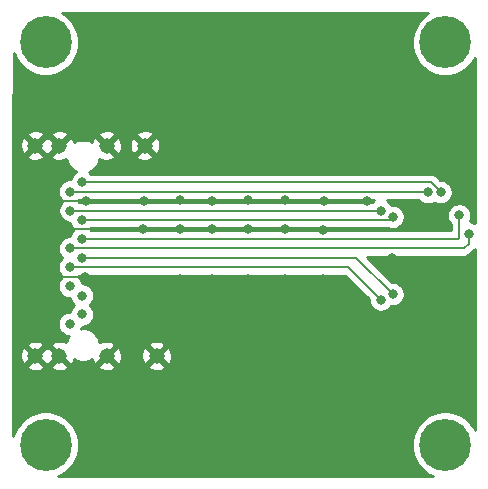
<source format=gbr>
%TF.GenerationSoftware,KiCad,Pcbnew,5.1.10-88a1d61d58~88~ubuntu18.04.1*%
%TF.CreationDate,2022-05-06T23:41:45+07:00*%
%TF.ProjectId,MX8Mx_EVK_MIPI_CSI-TSC_HM5065-ADAPTER,4d58384d-785f-4455-964b-5f4d4950495f,rev?*%
%TF.SameCoordinates,Original*%
%TF.FileFunction,Copper,L2,Bot*%
%TF.FilePolarity,Positive*%
%FSLAX46Y46*%
G04 Gerber Fmt 4.6, Leading zero omitted, Abs format (unit mm)*
G04 Created by KiCad (PCBNEW 5.1.10-88a1d61d58~88~ubuntu18.04.1) date 2022-05-06 23:41:45*
%MOMM*%
%LPD*%
G01*
G04 APERTURE LIST*
%TA.AperFunction,ComponentPad*%
%ADD10C,1.308000*%
%TD*%
%TA.AperFunction,ComponentPad*%
%ADD11C,4.400000*%
%TD*%
%TA.AperFunction,ViaPad*%
%ADD12C,0.800000*%
%TD*%
%TA.AperFunction,Conductor*%
%ADD13C,0.250000*%
%TD*%
%TA.AperFunction,Conductor*%
%ADD14C,0.200000*%
%TD*%
%TA.AperFunction,Conductor*%
%ADD15C,0.160000*%
%TD*%
%TA.AperFunction,Conductor*%
%ADD16C,0.254000*%
%TD*%
%TA.AperFunction,Conductor*%
%ADD17C,0.100000*%
%TD*%
G04 APERTURE END LIST*
D10*
%TO.P,J1,S1*%
%TO.N,GND*%
X114119400Y-87893500D03*
%TO.P,J1,S2*%
X110879400Y-87893500D03*
%TO.P,J1,S3*%
X106879400Y-87893500D03*
%TO.P,J1,S4*%
X104849400Y-87893500D03*
%TO.P,J1,S5*%
X115119400Y-105693500D03*
%TO.P,J1,S6*%
X110879400Y-105693500D03*
%TO.P,J1,S7*%
X106879400Y-105693500D03*
%TO.P,J1,S8*%
X104849400Y-105693500D03*
%TD*%
D11*
%TO.P,H4,1*%
%TO.N,N/C*%
X139552680Y-79159100D03*
%TD*%
%TO.P,H3,1*%
%TO.N,N/C*%
X139552680Y-113235740D03*
%TD*%
%TO.P,H2,1*%
%TO.N,N/C*%
X105714800Y-113235740D03*
%TD*%
%TO.P,H1,1*%
%TO.N,N/C*%
X105714800Y-79159100D03*
%TD*%
D12*
%TO.N,GND*%
X104129840Y-95011240D03*
X104140000Y-92608400D03*
X104109520Y-99024440D03*
X104091740Y-103794560D03*
X104140000Y-90703400D03*
X104096820Y-101396800D03*
X109080300Y-98996500D03*
X109131100Y-92595700D03*
X135077200Y-98983800D03*
X135077200Y-97383600D03*
X135128000Y-102108000D03*
X132892800Y-92583000D03*
X141401800Y-91821000D03*
X117119400Y-99161600D03*
X129260600Y-92557600D03*
X126009400Y-92532200D03*
X122859800Y-92532200D03*
X119837200Y-92557600D03*
X114046000Y-92557600D03*
X117094000Y-92532200D03*
X125984000Y-94945200D03*
X119837200Y-94970600D03*
X122834400Y-94996000D03*
X129209800Y-95021400D03*
X113995200Y-94945200D03*
X117094000Y-94970600D03*
X119837200Y-99187000D03*
X122834400Y-99187000D03*
X125984000Y-99187000D03*
X129184400Y-99187000D03*
X117144800Y-89509600D03*
X119862600Y-89535000D03*
X122859800Y-89560400D03*
X125984000Y-89560400D03*
X129235200Y-89560400D03*
X132867400Y-89560400D03*
X117094000Y-102031800D03*
X122834400Y-102082600D03*
X125984000Y-102082600D03*
X129184400Y-102108000D03*
X129184400Y-105511600D03*
X129184400Y-108407200D03*
X125907800Y-108356400D03*
X122809000Y-108381800D03*
X119786400Y-108381800D03*
X132892800Y-105435400D03*
X132892800Y-108305600D03*
%TO.N,/CSI_nRST_1V8*%
X107789400Y-96593500D03*
X141528800Y-95351600D03*
%TO.N,/CSI_MCLK_1V8*%
X108789400Y-95793500D03*
X140741400Y-93802200D03*
%TO.N,/I2C_SDA_1V8*%
X135102600Y-100482400D03*
X108789400Y-97393500D03*
%TO.N,/I2C_SCL_1V8*%
X107789400Y-98193500D03*
X134112000Y-100939600D03*
%TO.N,/CSI_D0_N*%
X139166600Y-91846400D03*
X108839400Y-90993500D03*
%TO.N,/CSI_D0_P*%
X138074400Y-91846400D03*
X107789400Y-91793500D03*
%TO.N,/CSI_D1_N*%
X107820460Y-93395800D03*
X134086600Y-93395800D03*
%TO.N,/CSI_D1_P*%
X135102600Y-93929200D03*
X108789400Y-94193500D03*
%TO.N,/CSI_D2_N*%
X107797600Y-99794060D03*
%TO.N,/CSI_D2_P*%
X108789400Y-100593500D03*
%TO.N,/CSI_D3_N*%
X108789400Y-102193500D03*
%TO.N,/CSI_D3_P*%
X107772200Y-102997000D03*
%TD*%
D13*
%TO.N,GND*%
X104140760Y-101393500D02*
X104096820Y-101437440D01*
X104100120Y-101393500D02*
X104096820Y-101396800D01*
D14*
X104195880Y-94945200D02*
X104129840Y-95011240D01*
X113995200Y-94945200D02*
X104195880Y-94945200D01*
X104152700Y-92595700D02*
X104140000Y-92608400D01*
X109131100Y-92595700D02*
X104152700Y-92595700D01*
X104137460Y-98996500D02*
X104109520Y-99024440D01*
X109080300Y-98996500D02*
X104137460Y-98996500D01*
D13*
%TO.N,/CSI_nRST_1V8*%
X107839400Y-96643500D02*
X107789400Y-96593500D01*
D14*
X107817500Y-96621600D02*
X107789400Y-96593500D01*
D15*
X107789400Y-96593500D02*
X141125100Y-96593500D01*
X141528800Y-96189800D02*
X141125100Y-96593500D01*
X141528800Y-95351600D02*
X141528800Y-96189800D01*
%TO.N,/CSI_MCLK_1V8*%
X108789400Y-95793500D02*
X140629700Y-95793500D01*
X140629700Y-95793500D02*
X140741400Y-95681800D01*
X140741400Y-95554800D02*
X140741400Y-93802200D01*
X140741400Y-95681800D02*
X140741400Y-95554800D01*
D14*
%TO.N,/I2C_SDA_1V8*%
X108792200Y-97396300D02*
X108789400Y-97393500D01*
D15*
X132013700Y-97393500D02*
X135102600Y-100482400D01*
X108789400Y-97393500D02*
X132013700Y-97393500D01*
D14*
%TO.N,/I2C_SCL_1V8*%
X107789760Y-98193860D02*
X107789400Y-98193500D01*
D15*
X131365900Y-98193500D02*
X134112000Y-100939600D01*
X107789400Y-98193500D02*
X131365900Y-98193500D01*
%TO.N,/CSI_D0_N*%
X138313700Y-90993500D02*
X139166600Y-91846400D01*
X108839400Y-90993500D02*
X138313700Y-90993500D01*
%TO.N,/CSI_D0_P*%
X138021500Y-91793500D02*
X138074400Y-91846400D01*
X107789400Y-91793500D02*
X138021500Y-91793500D01*
%TO.N,/CSI_D1_N*%
X107820460Y-93395800D02*
X134086600Y-93395800D01*
%TO.N,/CSI_D1_P*%
X134838300Y-94193500D02*
X135102600Y-93929200D01*
X108789400Y-94193500D02*
X134838300Y-94193500D01*
%TD*%
D16*
%TO.N,GND*%
X138134115Y-76697330D02*
X137745473Y-76957012D01*
X137350592Y-77351893D01*
X137040336Y-77816224D01*
X136826628Y-78332161D01*
X136717680Y-78879877D01*
X136717680Y-79438323D01*
X136826628Y-79986039D01*
X137040336Y-80501976D01*
X137350592Y-80966307D01*
X137745473Y-81361188D01*
X138209804Y-81671444D01*
X138725741Y-81885152D01*
X139273457Y-81994100D01*
X139831903Y-81994100D01*
X140379619Y-81885152D01*
X140895556Y-81671444D01*
X141359887Y-81361188D01*
X141754768Y-80966307D01*
X142065024Y-80501976D01*
X142088000Y-80446507D01*
X142088000Y-94480462D01*
X142019056Y-94434395D01*
X141830698Y-94356374D01*
X141641096Y-94318660D01*
X141658605Y-94292456D01*
X141736626Y-94104098D01*
X141776400Y-93904139D01*
X141776400Y-93700261D01*
X141736626Y-93500302D01*
X141658605Y-93311944D01*
X141545337Y-93142426D01*
X141401174Y-92998263D01*
X141231656Y-92884995D01*
X141043298Y-92806974D01*
X140843339Y-92767200D01*
X140639461Y-92767200D01*
X140439502Y-92806974D01*
X140251144Y-92884995D01*
X140081626Y-92998263D01*
X139937463Y-93142426D01*
X139824195Y-93311944D01*
X139746174Y-93500302D01*
X139706400Y-93700261D01*
X139706400Y-93904139D01*
X139746174Y-94104098D01*
X139824195Y-94292456D01*
X139937463Y-94461974D01*
X140026401Y-94550912D01*
X140026400Y-95078500D01*
X109538111Y-95078500D01*
X109453111Y-94993500D01*
X109538111Y-94908500D01*
X134762254Y-94908500D01*
X134800702Y-94924426D01*
X135000661Y-94964200D01*
X135204539Y-94964200D01*
X135404498Y-94924426D01*
X135592856Y-94846405D01*
X135762374Y-94733137D01*
X135906537Y-94588974D01*
X136019805Y-94419456D01*
X136097826Y-94231098D01*
X136137600Y-94031139D01*
X136137600Y-93827261D01*
X136097826Y-93627302D01*
X136019805Y-93438944D01*
X135906537Y-93269426D01*
X135762374Y-93125263D01*
X135592856Y-93011995D01*
X135404498Y-92933974D01*
X135204539Y-92894200D01*
X135000661Y-92894200D01*
X134996746Y-92894979D01*
X134890537Y-92736026D01*
X134746374Y-92591863D01*
X134621612Y-92508500D01*
X137272789Y-92508500D01*
X137414626Y-92650337D01*
X137584144Y-92763605D01*
X137772502Y-92841626D01*
X137972461Y-92881400D01*
X138176339Y-92881400D01*
X138376298Y-92841626D01*
X138564656Y-92763605D01*
X138620500Y-92726291D01*
X138676344Y-92763605D01*
X138864702Y-92841626D01*
X139064661Y-92881400D01*
X139268539Y-92881400D01*
X139468498Y-92841626D01*
X139656856Y-92763605D01*
X139826374Y-92650337D01*
X139970537Y-92506174D01*
X140083805Y-92336656D01*
X140161826Y-92148298D01*
X140201600Y-91948339D01*
X140201600Y-91744461D01*
X140161826Y-91544502D01*
X140083805Y-91356144D01*
X139970537Y-91186626D01*
X139826374Y-91042463D01*
X139656856Y-90929195D01*
X139468498Y-90851174D01*
X139268539Y-90811400D01*
X139142762Y-90811400D01*
X138844120Y-90512759D01*
X138821727Y-90485473D01*
X138712854Y-90396123D01*
X138588642Y-90329730D01*
X138453864Y-90288846D01*
X138348820Y-90278500D01*
X138348810Y-90278500D01*
X138313700Y-90275042D01*
X138278590Y-90278500D01*
X109588111Y-90278500D01*
X109499174Y-90189563D01*
X109382202Y-90111405D01*
X109547285Y-90043025D01*
X109778222Y-89888718D01*
X109974618Y-89692322D01*
X110128925Y-89461385D01*
X110235214Y-89204782D01*
X110269628Y-89031774D01*
X110455084Y-89117263D01*
X110701981Y-89176528D01*
X110955696Y-89186488D01*
X111206479Y-89146759D01*
X111444693Y-89058868D01*
X111534307Y-89010968D01*
X111588182Y-88781887D01*
X113410618Y-88781887D01*
X113464493Y-89010968D01*
X113695084Y-89117263D01*
X113941981Y-89176528D01*
X114195696Y-89186488D01*
X114446479Y-89146759D01*
X114684693Y-89058868D01*
X114774307Y-89010968D01*
X114828182Y-88781887D01*
X114119400Y-88073105D01*
X113410618Y-88781887D01*
X111588182Y-88781887D01*
X110879400Y-88073105D01*
X110865258Y-88087248D01*
X110685653Y-87907643D01*
X110699795Y-87893500D01*
X111059005Y-87893500D01*
X111767787Y-88602282D01*
X111996868Y-88548407D01*
X112103163Y-88317816D01*
X112162428Y-88070919D01*
X112166397Y-87969796D01*
X112826412Y-87969796D01*
X112866141Y-88220579D01*
X112954032Y-88458793D01*
X113001932Y-88548407D01*
X113231013Y-88602282D01*
X113939795Y-87893500D01*
X114299005Y-87893500D01*
X115007787Y-88602282D01*
X115236868Y-88548407D01*
X115343163Y-88317816D01*
X115402428Y-88070919D01*
X115412388Y-87817204D01*
X115372659Y-87566421D01*
X115284768Y-87328207D01*
X115236868Y-87238593D01*
X115007787Y-87184718D01*
X114299005Y-87893500D01*
X113939795Y-87893500D01*
X113231013Y-87184718D01*
X113001932Y-87238593D01*
X112895637Y-87469184D01*
X112836372Y-87716081D01*
X112826412Y-87969796D01*
X112166397Y-87969796D01*
X112172388Y-87817204D01*
X112132659Y-87566421D01*
X112044768Y-87328207D01*
X111996868Y-87238593D01*
X111767787Y-87184718D01*
X111059005Y-87893500D01*
X110699795Y-87893500D01*
X109991013Y-87184718D01*
X109761932Y-87238593D01*
X109655637Y-87469184D01*
X109625189Y-87596029D01*
X109547285Y-87543975D01*
X109290682Y-87437686D01*
X109018273Y-87383500D01*
X108740527Y-87383500D01*
X108468118Y-87437686D01*
X108211515Y-87543975D01*
X108136992Y-87593770D01*
X108132659Y-87566421D01*
X108044768Y-87328207D01*
X107996868Y-87238593D01*
X107767787Y-87184718D01*
X107059005Y-87893500D01*
X107073148Y-87907643D01*
X106893543Y-88087248D01*
X106879400Y-88073105D01*
X106170618Y-88781887D01*
X106224493Y-89010968D01*
X106455084Y-89117263D01*
X106701981Y-89176528D01*
X106955696Y-89186488D01*
X107206479Y-89146759D01*
X107444693Y-89058868D01*
X107489769Y-89034774D01*
X107523586Y-89204782D01*
X107629875Y-89461385D01*
X107784182Y-89692322D01*
X107980578Y-89888718D01*
X108211515Y-90043025D01*
X108327213Y-90090949D01*
X108179626Y-90189563D01*
X108035463Y-90333726D01*
X107922195Y-90503244D01*
X107844174Y-90691602D01*
X107830867Y-90758500D01*
X107687461Y-90758500D01*
X107487502Y-90798274D01*
X107299144Y-90876295D01*
X107129626Y-90989563D01*
X106985463Y-91133726D01*
X106872195Y-91303244D01*
X106794174Y-91491602D01*
X106754400Y-91691561D01*
X106754400Y-91895439D01*
X106794174Y-92095398D01*
X106872195Y-92283756D01*
X106985463Y-92453274D01*
X107129626Y-92597437D01*
X107144904Y-92607645D01*
X107016523Y-92736026D01*
X106903255Y-92905544D01*
X106825234Y-93093902D01*
X106785460Y-93293861D01*
X106785460Y-93497739D01*
X106825234Y-93697698D01*
X106903255Y-93886056D01*
X107016523Y-94055574D01*
X107160686Y-94199737D01*
X107330204Y-94313005D01*
X107518562Y-94391026D01*
X107718521Y-94430800D01*
X107781325Y-94430800D01*
X107794174Y-94495398D01*
X107872195Y-94683756D01*
X107985463Y-94853274D01*
X108125689Y-94993500D01*
X107985463Y-95133726D01*
X107872195Y-95303244D01*
X107794174Y-95491602D01*
X107780867Y-95558500D01*
X107687461Y-95558500D01*
X107487502Y-95598274D01*
X107299144Y-95676295D01*
X107129626Y-95789563D01*
X106985463Y-95933726D01*
X106872195Y-96103244D01*
X106794174Y-96291602D01*
X106754400Y-96491561D01*
X106754400Y-96695439D01*
X106794174Y-96895398D01*
X106872195Y-97083756D01*
X106985463Y-97253274D01*
X107125689Y-97393500D01*
X106985463Y-97533726D01*
X106872195Y-97703244D01*
X106794174Y-97891602D01*
X106754400Y-98091561D01*
X106754400Y-98295439D01*
X106794174Y-98495398D01*
X106872195Y-98683756D01*
X106985463Y-98853274D01*
X107129626Y-98997437D01*
X107130157Y-98997792D01*
X106993663Y-99134286D01*
X106880395Y-99303804D01*
X106802374Y-99492162D01*
X106762600Y-99692121D01*
X106762600Y-99895999D01*
X106802374Y-100095958D01*
X106880395Y-100284316D01*
X106993663Y-100453834D01*
X107137826Y-100597997D01*
X107307344Y-100711265D01*
X107495702Y-100789286D01*
X107695661Y-100829060D01*
X107780979Y-100829060D01*
X107794174Y-100895398D01*
X107872195Y-101083756D01*
X107985463Y-101253274D01*
X108125689Y-101393500D01*
X107985463Y-101533726D01*
X107872195Y-101703244D01*
X107794174Y-101891602D01*
X107780171Y-101962000D01*
X107670261Y-101962000D01*
X107470302Y-102001774D01*
X107281944Y-102079795D01*
X107112426Y-102193063D01*
X106968263Y-102337226D01*
X106854995Y-102506744D01*
X106776974Y-102695102D01*
X106737200Y-102895061D01*
X106737200Y-103098939D01*
X106776974Y-103298898D01*
X106854995Y-103487256D01*
X106968263Y-103656774D01*
X107112426Y-103800937D01*
X107281944Y-103914205D01*
X107470302Y-103992226D01*
X107670261Y-104032000D01*
X107692426Y-104032000D01*
X107629875Y-104125615D01*
X107523586Y-104382218D01*
X107489172Y-104555226D01*
X107303716Y-104469737D01*
X107056819Y-104410472D01*
X106803104Y-104400512D01*
X106552321Y-104440241D01*
X106314107Y-104528132D01*
X106224493Y-104576032D01*
X106170618Y-104805113D01*
X106879400Y-105513895D01*
X106893543Y-105499753D01*
X107073148Y-105679358D01*
X107059005Y-105693500D01*
X107767787Y-106402282D01*
X107996868Y-106348407D01*
X108103163Y-106117816D01*
X108133611Y-105990971D01*
X108211515Y-106043025D01*
X108468118Y-106149314D01*
X108740527Y-106203500D01*
X109018273Y-106203500D01*
X109290682Y-106149314D01*
X109547285Y-106043025D01*
X109621808Y-105993230D01*
X109626141Y-106020579D01*
X109714032Y-106258793D01*
X109761932Y-106348407D01*
X109991013Y-106402282D01*
X110699795Y-105693500D01*
X111059005Y-105693500D01*
X111767787Y-106402282D01*
X111996868Y-106348407D01*
X112103163Y-106117816D01*
X112162428Y-105870919D01*
X112166397Y-105769796D01*
X113826412Y-105769796D01*
X113866141Y-106020579D01*
X113954032Y-106258793D01*
X114001932Y-106348407D01*
X114231013Y-106402282D01*
X114939795Y-105693500D01*
X115299005Y-105693500D01*
X116007787Y-106402282D01*
X116236868Y-106348407D01*
X116343163Y-106117816D01*
X116402428Y-105870919D01*
X116412388Y-105617204D01*
X116372659Y-105366421D01*
X116284768Y-105128207D01*
X116236868Y-105038593D01*
X116007787Y-104984718D01*
X115299005Y-105693500D01*
X114939795Y-105693500D01*
X114231013Y-104984718D01*
X114001932Y-105038593D01*
X113895637Y-105269184D01*
X113836372Y-105516081D01*
X113826412Y-105769796D01*
X112166397Y-105769796D01*
X112172388Y-105617204D01*
X112132659Y-105366421D01*
X112044768Y-105128207D01*
X111996868Y-105038593D01*
X111767787Y-104984718D01*
X111059005Y-105693500D01*
X110699795Y-105693500D01*
X110685653Y-105679358D01*
X110865258Y-105499753D01*
X110879400Y-105513895D01*
X111588182Y-104805113D01*
X114410618Y-104805113D01*
X115119400Y-105513895D01*
X115828182Y-104805113D01*
X115774307Y-104576032D01*
X115543716Y-104469737D01*
X115296819Y-104410472D01*
X115043104Y-104400512D01*
X114792321Y-104440241D01*
X114554107Y-104528132D01*
X114464493Y-104576032D01*
X114410618Y-104805113D01*
X111588182Y-104805113D01*
X111534307Y-104576032D01*
X111303716Y-104469737D01*
X111056819Y-104410472D01*
X110803104Y-104400512D01*
X110552321Y-104440241D01*
X110314107Y-104528132D01*
X110269031Y-104552226D01*
X110235214Y-104382218D01*
X110128925Y-104125615D01*
X109974618Y-103894678D01*
X109778222Y-103698282D01*
X109547285Y-103543975D01*
X109290682Y-103437686D01*
X109018273Y-103383500D01*
X108740527Y-103383500D01*
X108731651Y-103385266D01*
X108767426Y-103298898D01*
X108781429Y-103228500D01*
X108891339Y-103228500D01*
X109091298Y-103188726D01*
X109279656Y-103110705D01*
X109449174Y-102997437D01*
X109593337Y-102853274D01*
X109706605Y-102683756D01*
X109784626Y-102495398D01*
X109824400Y-102295439D01*
X109824400Y-102091561D01*
X109784626Y-101891602D01*
X109706605Y-101703244D01*
X109593337Y-101533726D01*
X109453111Y-101393500D01*
X109593337Y-101253274D01*
X109706605Y-101083756D01*
X109784626Y-100895398D01*
X109824400Y-100695439D01*
X109824400Y-100491561D01*
X109784626Y-100291602D01*
X109706605Y-100103244D01*
X109593337Y-99933726D01*
X109449174Y-99789563D01*
X109279656Y-99676295D01*
X109091298Y-99598274D01*
X108891339Y-99558500D01*
X108806021Y-99558500D01*
X108792826Y-99492162D01*
X108714805Y-99303804D01*
X108601537Y-99134286D01*
X108457374Y-98990123D01*
X108456843Y-98989768D01*
X108538111Y-98908500D01*
X131069739Y-98908500D01*
X133077000Y-100915763D01*
X133077000Y-101041539D01*
X133116774Y-101241498D01*
X133194795Y-101429856D01*
X133308063Y-101599374D01*
X133452226Y-101743537D01*
X133621744Y-101856805D01*
X133810102Y-101934826D01*
X134010061Y-101974600D01*
X134213939Y-101974600D01*
X134413898Y-101934826D01*
X134602256Y-101856805D01*
X134771774Y-101743537D01*
X134915937Y-101599374D01*
X134974224Y-101512141D01*
X135000661Y-101517400D01*
X135204539Y-101517400D01*
X135404498Y-101477626D01*
X135592856Y-101399605D01*
X135762374Y-101286337D01*
X135906537Y-101142174D01*
X136019805Y-100972656D01*
X136097826Y-100784298D01*
X136137600Y-100584339D01*
X136137600Y-100380461D01*
X136097826Y-100180502D01*
X136019805Y-99992144D01*
X135906537Y-99822626D01*
X135762374Y-99678463D01*
X135592856Y-99565195D01*
X135404498Y-99487174D01*
X135204539Y-99447400D01*
X135078762Y-99447400D01*
X132939861Y-97308500D01*
X141089990Y-97308500D01*
X141125100Y-97311958D01*
X141160210Y-97308500D01*
X141160220Y-97308500D01*
X141265264Y-97298154D01*
X141400042Y-97257270D01*
X141524254Y-97190877D01*
X141633127Y-97101527D01*
X141655521Y-97074240D01*
X142009540Y-96720221D01*
X142036827Y-96697827D01*
X142088001Y-96635472D01*
X142088001Y-111948335D01*
X142065024Y-111892864D01*
X141754768Y-111428533D01*
X141359887Y-111033652D01*
X140895556Y-110723396D01*
X140379619Y-110509688D01*
X139831903Y-110400740D01*
X139273457Y-110400740D01*
X138725741Y-110509688D01*
X138209804Y-110723396D01*
X137745473Y-111033652D01*
X137350592Y-111428533D01*
X137040336Y-111892864D01*
X136826628Y-112408801D01*
X136717680Y-112956517D01*
X136717680Y-113514963D01*
X136826628Y-114062679D01*
X137040336Y-114578616D01*
X137350592Y-115042947D01*
X137745473Y-115437828D01*
X138209804Y-115748084D01*
X138479721Y-115859887D01*
X106793484Y-115857516D01*
X107057676Y-115748084D01*
X107522007Y-115437828D01*
X107916888Y-115042947D01*
X108227144Y-114578616D01*
X108440852Y-114062679D01*
X108549800Y-113514963D01*
X108549800Y-112956517D01*
X108440852Y-112408801D01*
X108227144Y-111892864D01*
X107916888Y-111428533D01*
X107522007Y-111033652D01*
X107057676Y-110723396D01*
X106541739Y-110509688D01*
X105994023Y-110400740D01*
X105435577Y-110400740D01*
X104887861Y-110509688D01*
X104371924Y-110723396D01*
X103907593Y-111033652D01*
X103512712Y-111428533D01*
X103202456Y-111892864D01*
X102988748Y-112408801D01*
X102972100Y-112492496D01*
X102978693Y-106581887D01*
X104140618Y-106581887D01*
X104194493Y-106810968D01*
X104425084Y-106917263D01*
X104671981Y-106976528D01*
X104925696Y-106986488D01*
X105176479Y-106946759D01*
X105414693Y-106858868D01*
X105504307Y-106810968D01*
X105558182Y-106581887D01*
X106170618Y-106581887D01*
X106224493Y-106810968D01*
X106455084Y-106917263D01*
X106701981Y-106976528D01*
X106955696Y-106986488D01*
X107206479Y-106946759D01*
X107444693Y-106858868D01*
X107534307Y-106810968D01*
X107588182Y-106581887D01*
X110170618Y-106581887D01*
X110224493Y-106810968D01*
X110455084Y-106917263D01*
X110701981Y-106976528D01*
X110955696Y-106986488D01*
X111206479Y-106946759D01*
X111444693Y-106858868D01*
X111534307Y-106810968D01*
X111588182Y-106581887D01*
X114410618Y-106581887D01*
X114464493Y-106810968D01*
X114695084Y-106917263D01*
X114941981Y-106976528D01*
X115195696Y-106986488D01*
X115446479Y-106946759D01*
X115684693Y-106858868D01*
X115774307Y-106810968D01*
X115828182Y-106581887D01*
X115119400Y-105873105D01*
X114410618Y-106581887D01*
X111588182Y-106581887D01*
X110879400Y-105873105D01*
X110170618Y-106581887D01*
X107588182Y-106581887D01*
X106879400Y-105873105D01*
X106170618Y-106581887D01*
X105558182Y-106581887D01*
X104849400Y-105873105D01*
X104140618Y-106581887D01*
X102978693Y-106581887D01*
X102979599Y-105769796D01*
X103556412Y-105769796D01*
X103596141Y-106020579D01*
X103684032Y-106258793D01*
X103731932Y-106348407D01*
X103961013Y-106402282D01*
X104669795Y-105693500D01*
X105029005Y-105693500D01*
X105737787Y-106402282D01*
X105864400Y-106372505D01*
X105991013Y-106402282D01*
X106699795Y-105693500D01*
X105991013Y-104984718D01*
X105864400Y-105014495D01*
X105737787Y-104984718D01*
X105029005Y-105693500D01*
X104669795Y-105693500D01*
X103961013Y-104984718D01*
X103731932Y-105038593D01*
X103625637Y-105269184D01*
X103566372Y-105516081D01*
X103556412Y-105769796D01*
X102979599Y-105769796D01*
X102980675Y-104805113D01*
X104140618Y-104805113D01*
X104849400Y-105513895D01*
X105558182Y-104805113D01*
X105504307Y-104576032D01*
X105273716Y-104469737D01*
X105026819Y-104410472D01*
X104773104Y-104400512D01*
X104522321Y-104440241D01*
X104284107Y-104528132D01*
X104194493Y-104576032D01*
X104140618Y-104805113D01*
X102980675Y-104805113D01*
X102998548Y-88781887D01*
X104140618Y-88781887D01*
X104194493Y-89010968D01*
X104425084Y-89117263D01*
X104671981Y-89176528D01*
X104925696Y-89186488D01*
X105176479Y-89146759D01*
X105414693Y-89058868D01*
X105504307Y-89010968D01*
X105558182Y-88781887D01*
X104849400Y-88073105D01*
X104140618Y-88781887D01*
X102998548Y-88781887D01*
X102999454Y-87969796D01*
X103556412Y-87969796D01*
X103596141Y-88220579D01*
X103684032Y-88458793D01*
X103731932Y-88548407D01*
X103961013Y-88602282D01*
X104669795Y-87893500D01*
X105029005Y-87893500D01*
X105737787Y-88602282D01*
X105864400Y-88572505D01*
X105991013Y-88602282D01*
X106699795Y-87893500D01*
X105991013Y-87184718D01*
X105864400Y-87214495D01*
X105737787Y-87184718D01*
X105029005Y-87893500D01*
X104669795Y-87893500D01*
X103961013Y-87184718D01*
X103731932Y-87238593D01*
X103625637Y-87469184D01*
X103566372Y-87716081D01*
X103556412Y-87969796D01*
X102999454Y-87969796D01*
X103000530Y-87005113D01*
X104140618Y-87005113D01*
X104849400Y-87713895D01*
X105558182Y-87005113D01*
X106170618Y-87005113D01*
X106879400Y-87713895D01*
X107588182Y-87005113D01*
X110170618Y-87005113D01*
X110879400Y-87713895D01*
X111588182Y-87005113D01*
X113410618Y-87005113D01*
X114119400Y-87713895D01*
X114828182Y-87005113D01*
X114774307Y-86776032D01*
X114543716Y-86669737D01*
X114296819Y-86610472D01*
X114043104Y-86600512D01*
X113792321Y-86640241D01*
X113554107Y-86728132D01*
X113464493Y-86776032D01*
X113410618Y-87005113D01*
X111588182Y-87005113D01*
X111534307Y-86776032D01*
X111303716Y-86669737D01*
X111056819Y-86610472D01*
X110803104Y-86600512D01*
X110552321Y-86640241D01*
X110314107Y-86728132D01*
X110224493Y-86776032D01*
X110170618Y-87005113D01*
X107588182Y-87005113D01*
X107534307Y-86776032D01*
X107303716Y-86669737D01*
X107056819Y-86610472D01*
X106803104Y-86600512D01*
X106552321Y-86640241D01*
X106314107Y-86728132D01*
X106224493Y-86776032D01*
X106170618Y-87005113D01*
X105558182Y-87005113D01*
X105504307Y-86776032D01*
X105273716Y-86669737D01*
X105026819Y-86610472D01*
X104773104Y-86600512D01*
X104522321Y-86640241D01*
X104284107Y-86728132D01*
X104194493Y-86776032D01*
X104140618Y-87005113D01*
X103000530Y-87005113D01*
X103008308Y-80033260D01*
X103202456Y-80501976D01*
X103512712Y-80966307D01*
X103907593Y-81361188D01*
X104371924Y-81671444D01*
X104887861Y-81885152D01*
X105435577Y-81994100D01*
X105994023Y-81994100D01*
X106541739Y-81885152D01*
X107057676Y-81671444D01*
X107522007Y-81361188D01*
X107916888Y-80966307D01*
X108227144Y-80501976D01*
X108440852Y-79986039D01*
X108549800Y-79438323D01*
X108549800Y-78879877D01*
X108440852Y-78332161D01*
X108227144Y-77816224D01*
X107916888Y-77351893D01*
X107522007Y-76957012D01*
X107129914Y-76695024D01*
X138134115Y-76697330D01*
%TA.AperFunction,Conductor*%
D17*
G36*
X138134115Y-76697330D02*
G01*
X137745473Y-76957012D01*
X137350592Y-77351893D01*
X137040336Y-77816224D01*
X136826628Y-78332161D01*
X136717680Y-78879877D01*
X136717680Y-79438323D01*
X136826628Y-79986039D01*
X137040336Y-80501976D01*
X137350592Y-80966307D01*
X137745473Y-81361188D01*
X138209804Y-81671444D01*
X138725741Y-81885152D01*
X139273457Y-81994100D01*
X139831903Y-81994100D01*
X140379619Y-81885152D01*
X140895556Y-81671444D01*
X141359887Y-81361188D01*
X141754768Y-80966307D01*
X142065024Y-80501976D01*
X142088000Y-80446507D01*
X142088000Y-94480462D01*
X142019056Y-94434395D01*
X141830698Y-94356374D01*
X141641096Y-94318660D01*
X141658605Y-94292456D01*
X141736626Y-94104098D01*
X141776400Y-93904139D01*
X141776400Y-93700261D01*
X141736626Y-93500302D01*
X141658605Y-93311944D01*
X141545337Y-93142426D01*
X141401174Y-92998263D01*
X141231656Y-92884995D01*
X141043298Y-92806974D01*
X140843339Y-92767200D01*
X140639461Y-92767200D01*
X140439502Y-92806974D01*
X140251144Y-92884995D01*
X140081626Y-92998263D01*
X139937463Y-93142426D01*
X139824195Y-93311944D01*
X139746174Y-93500302D01*
X139706400Y-93700261D01*
X139706400Y-93904139D01*
X139746174Y-94104098D01*
X139824195Y-94292456D01*
X139937463Y-94461974D01*
X140026401Y-94550912D01*
X140026400Y-95078500D01*
X109538111Y-95078500D01*
X109453111Y-94993500D01*
X109538111Y-94908500D01*
X134762254Y-94908500D01*
X134800702Y-94924426D01*
X135000661Y-94964200D01*
X135204539Y-94964200D01*
X135404498Y-94924426D01*
X135592856Y-94846405D01*
X135762374Y-94733137D01*
X135906537Y-94588974D01*
X136019805Y-94419456D01*
X136097826Y-94231098D01*
X136137600Y-94031139D01*
X136137600Y-93827261D01*
X136097826Y-93627302D01*
X136019805Y-93438944D01*
X135906537Y-93269426D01*
X135762374Y-93125263D01*
X135592856Y-93011995D01*
X135404498Y-92933974D01*
X135204539Y-92894200D01*
X135000661Y-92894200D01*
X134996746Y-92894979D01*
X134890537Y-92736026D01*
X134746374Y-92591863D01*
X134621612Y-92508500D01*
X137272789Y-92508500D01*
X137414626Y-92650337D01*
X137584144Y-92763605D01*
X137772502Y-92841626D01*
X137972461Y-92881400D01*
X138176339Y-92881400D01*
X138376298Y-92841626D01*
X138564656Y-92763605D01*
X138620500Y-92726291D01*
X138676344Y-92763605D01*
X138864702Y-92841626D01*
X139064661Y-92881400D01*
X139268539Y-92881400D01*
X139468498Y-92841626D01*
X139656856Y-92763605D01*
X139826374Y-92650337D01*
X139970537Y-92506174D01*
X140083805Y-92336656D01*
X140161826Y-92148298D01*
X140201600Y-91948339D01*
X140201600Y-91744461D01*
X140161826Y-91544502D01*
X140083805Y-91356144D01*
X139970537Y-91186626D01*
X139826374Y-91042463D01*
X139656856Y-90929195D01*
X139468498Y-90851174D01*
X139268539Y-90811400D01*
X139142762Y-90811400D01*
X138844120Y-90512759D01*
X138821727Y-90485473D01*
X138712854Y-90396123D01*
X138588642Y-90329730D01*
X138453864Y-90288846D01*
X138348820Y-90278500D01*
X138348810Y-90278500D01*
X138313700Y-90275042D01*
X138278590Y-90278500D01*
X109588111Y-90278500D01*
X109499174Y-90189563D01*
X109382202Y-90111405D01*
X109547285Y-90043025D01*
X109778222Y-89888718D01*
X109974618Y-89692322D01*
X110128925Y-89461385D01*
X110235214Y-89204782D01*
X110269628Y-89031774D01*
X110455084Y-89117263D01*
X110701981Y-89176528D01*
X110955696Y-89186488D01*
X111206479Y-89146759D01*
X111444693Y-89058868D01*
X111534307Y-89010968D01*
X111588182Y-88781887D01*
X113410618Y-88781887D01*
X113464493Y-89010968D01*
X113695084Y-89117263D01*
X113941981Y-89176528D01*
X114195696Y-89186488D01*
X114446479Y-89146759D01*
X114684693Y-89058868D01*
X114774307Y-89010968D01*
X114828182Y-88781887D01*
X114119400Y-88073105D01*
X113410618Y-88781887D01*
X111588182Y-88781887D01*
X110879400Y-88073105D01*
X110865258Y-88087248D01*
X110685653Y-87907643D01*
X110699795Y-87893500D01*
X111059005Y-87893500D01*
X111767787Y-88602282D01*
X111996868Y-88548407D01*
X112103163Y-88317816D01*
X112162428Y-88070919D01*
X112166397Y-87969796D01*
X112826412Y-87969796D01*
X112866141Y-88220579D01*
X112954032Y-88458793D01*
X113001932Y-88548407D01*
X113231013Y-88602282D01*
X113939795Y-87893500D01*
X114299005Y-87893500D01*
X115007787Y-88602282D01*
X115236868Y-88548407D01*
X115343163Y-88317816D01*
X115402428Y-88070919D01*
X115412388Y-87817204D01*
X115372659Y-87566421D01*
X115284768Y-87328207D01*
X115236868Y-87238593D01*
X115007787Y-87184718D01*
X114299005Y-87893500D01*
X113939795Y-87893500D01*
X113231013Y-87184718D01*
X113001932Y-87238593D01*
X112895637Y-87469184D01*
X112836372Y-87716081D01*
X112826412Y-87969796D01*
X112166397Y-87969796D01*
X112172388Y-87817204D01*
X112132659Y-87566421D01*
X112044768Y-87328207D01*
X111996868Y-87238593D01*
X111767787Y-87184718D01*
X111059005Y-87893500D01*
X110699795Y-87893500D01*
X109991013Y-87184718D01*
X109761932Y-87238593D01*
X109655637Y-87469184D01*
X109625189Y-87596029D01*
X109547285Y-87543975D01*
X109290682Y-87437686D01*
X109018273Y-87383500D01*
X108740527Y-87383500D01*
X108468118Y-87437686D01*
X108211515Y-87543975D01*
X108136992Y-87593770D01*
X108132659Y-87566421D01*
X108044768Y-87328207D01*
X107996868Y-87238593D01*
X107767787Y-87184718D01*
X107059005Y-87893500D01*
X107073148Y-87907643D01*
X106893543Y-88087248D01*
X106879400Y-88073105D01*
X106170618Y-88781887D01*
X106224493Y-89010968D01*
X106455084Y-89117263D01*
X106701981Y-89176528D01*
X106955696Y-89186488D01*
X107206479Y-89146759D01*
X107444693Y-89058868D01*
X107489769Y-89034774D01*
X107523586Y-89204782D01*
X107629875Y-89461385D01*
X107784182Y-89692322D01*
X107980578Y-89888718D01*
X108211515Y-90043025D01*
X108327213Y-90090949D01*
X108179626Y-90189563D01*
X108035463Y-90333726D01*
X107922195Y-90503244D01*
X107844174Y-90691602D01*
X107830867Y-90758500D01*
X107687461Y-90758500D01*
X107487502Y-90798274D01*
X107299144Y-90876295D01*
X107129626Y-90989563D01*
X106985463Y-91133726D01*
X106872195Y-91303244D01*
X106794174Y-91491602D01*
X106754400Y-91691561D01*
X106754400Y-91895439D01*
X106794174Y-92095398D01*
X106872195Y-92283756D01*
X106985463Y-92453274D01*
X107129626Y-92597437D01*
X107144904Y-92607645D01*
X107016523Y-92736026D01*
X106903255Y-92905544D01*
X106825234Y-93093902D01*
X106785460Y-93293861D01*
X106785460Y-93497739D01*
X106825234Y-93697698D01*
X106903255Y-93886056D01*
X107016523Y-94055574D01*
X107160686Y-94199737D01*
X107330204Y-94313005D01*
X107518562Y-94391026D01*
X107718521Y-94430800D01*
X107781325Y-94430800D01*
X107794174Y-94495398D01*
X107872195Y-94683756D01*
X107985463Y-94853274D01*
X108125689Y-94993500D01*
X107985463Y-95133726D01*
X107872195Y-95303244D01*
X107794174Y-95491602D01*
X107780867Y-95558500D01*
X107687461Y-95558500D01*
X107487502Y-95598274D01*
X107299144Y-95676295D01*
X107129626Y-95789563D01*
X106985463Y-95933726D01*
X106872195Y-96103244D01*
X106794174Y-96291602D01*
X106754400Y-96491561D01*
X106754400Y-96695439D01*
X106794174Y-96895398D01*
X106872195Y-97083756D01*
X106985463Y-97253274D01*
X107125689Y-97393500D01*
X106985463Y-97533726D01*
X106872195Y-97703244D01*
X106794174Y-97891602D01*
X106754400Y-98091561D01*
X106754400Y-98295439D01*
X106794174Y-98495398D01*
X106872195Y-98683756D01*
X106985463Y-98853274D01*
X107129626Y-98997437D01*
X107130157Y-98997792D01*
X106993663Y-99134286D01*
X106880395Y-99303804D01*
X106802374Y-99492162D01*
X106762600Y-99692121D01*
X106762600Y-99895999D01*
X106802374Y-100095958D01*
X106880395Y-100284316D01*
X106993663Y-100453834D01*
X107137826Y-100597997D01*
X107307344Y-100711265D01*
X107495702Y-100789286D01*
X107695661Y-100829060D01*
X107780979Y-100829060D01*
X107794174Y-100895398D01*
X107872195Y-101083756D01*
X107985463Y-101253274D01*
X108125689Y-101393500D01*
X107985463Y-101533726D01*
X107872195Y-101703244D01*
X107794174Y-101891602D01*
X107780171Y-101962000D01*
X107670261Y-101962000D01*
X107470302Y-102001774D01*
X107281944Y-102079795D01*
X107112426Y-102193063D01*
X106968263Y-102337226D01*
X106854995Y-102506744D01*
X106776974Y-102695102D01*
X106737200Y-102895061D01*
X106737200Y-103098939D01*
X106776974Y-103298898D01*
X106854995Y-103487256D01*
X106968263Y-103656774D01*
X107112426Y-103800937D01*
X107281944Y-103914205D01*
X107470302Y-103992226D01*
X107670261Y-104032000D01*
X107692426Y-104032000D01*
X107629875Y-104125615D01*
X107523586Y-104382218D01*
X107489172Y-104555226D01*
X107303716Y-104469737D01*
X107056819Y-104410472D01*
X106803104Y-104400512D01*
X106552321Y-104440241D01*
X106314107Y-104528132D01*
X106224493Y-104576032D01*
X106170618Y-104805113D01*
X106879400Y-105513895D01*
X106893543Y-105499753D01*
X107073148Y-105679358D01*
X107059005Y-105693500D01*
X107767787Y-106402282D01*
X107996868Y-106348407D01*
X108103163Y-106117816D01*
X108133611Y-105990971D01*
X108211515Y-106043025D01*
X108468118Y-106149314D01*
X108740527Y-106203500D01*
X109018273Y-106203500D01*
X109290682Y-106149314D01*
X109547285Y-106043025D01*
X109621808Y-105993230D01*
X109626141Y-106020579D01*
X109714032Y-106258793D01*
X109761932Y-106348407D01*
X109991013Y-106402282D01*
X110699795Y-105693500D01*
X111059005Y-105693500D01*
X111767787Y-106402282D01*
X111996868Y-106348407D01*
X112103163Y-106117816D01*
X112162428Y-105870919D01*
X112166397Y-105769796D01*
X113826412Y-105769796D01*
X113866141Y-106020579D01*
X113954032Y-106258793D01*
X114001932Y-106348407D01*
X114231013Y-106402282D01*
X114939795Y-105693500D01*
X115299005Y-105693500D01*
X116007787Y-106402282D01*
X116236868Y-106348407D01*
X116343163Y-106117816D01*
X116402428Y-105870919D01*
X116412388Y-105617204D01*
X116372659Y-105366421D01*
X116284768Y-105128207D01*
X116236868Y-105038593D01*
X116007787Y-104984718D01*
X115299005Y-105693500D01*
X114939795Y-105693500D01*
X114231013Y-104984718D01*
X114001932Y-105038593D01*
X113895637Y-105269184D01*
X113836372Y-105516081D01*
X113826412Y-105769796D01*
X112166397Y-105769796D01*
X112172388Y-105617204D01*
X112132659Y-105366421D01*
X112044768Y-105128207D01*
X111996868Y-105038593D01*
X111767787Y-104984718D01*
X111059005Y-105693500D01*
X110699795Y-105693500D01*
X110685653Y-105679358D01*
X110865258Y-105499753D01*
X110879400Y-105513895D01*
X111588182Y-104805113D01*
X114410618Y-104805113D01*
X115119400Y-105513895D01*
X115828182Y-104805113D01*
X115774307Y-104576032D01*
X115543716Y-104469737D01*
X115296819Y-104410472D01*
X115043104Y-104400512D01*
X114792321Y-104440241D01*
X114554107Y-104528132D01*
X114464493Y-104576032D01*
X114410618Y-104805113D01*
X111588182Y-104805113D01*
X111534307Y-104576032D01*
X111303716Y-104469737D01*
X111056819Y-104410472D01*
X110803104Y-104400512D01*
X110552321Y-104440241D01*
X110314107Y-104528132D01*
X110269031Y-104552226D01*
X110235214Y-104382218D01*
X110128925Y-104125615D01*
X109974618Y-103894678D01*
X109778222Y-103698282D01*
X109547285Y-103543975D01*
X109290682Y-103437686D01*
X109018273Y-103383500D01*
X108740527Y-103383500D01*
X108731651Y-103385266D01*
X108767426Y-103298898D01*
X108781429Y-103228500D01*
X108891339Y-103228500D01*
X109091298Y-103188726D01*
X109279656Y-103110705D01*
X109449174Y-102997437D01*
X109593337Y-102853274D01*
X109706605Y-102683756D01*
X109784626Y-102495398D01*
X109824400Y-102295439D01*
X109824400Y-102091561D01*
X109784626Y-101891602D01*
X109706605Y-101703244D01*
X109593337Y-101533726D01*
X109453111Y-101393500D01*
X109593337Y-101253274D01*
X109706605Y-101083756D01*
X109784626Y-100895398D01*
X109824400Y-100695439D01*
X109824400Y-100491561D01*
X109784626Y-100291602D01*
X109706605Y-100103244D01*
X109593337Y-99933726D01*
X109449174Y-99789563D01*
X109279656Y-99676295D01*
X109091298Y-99598274D01*
X108891339Y-99558500D01*
X108806021Y-99558500D01*
X108792826Y-99492162D01*
X108714805Y-99303804D01*
X108601537Y-99134286D01*
X108457374Y-98990123D01*
X108456843Y-98989768D01*
X108538111Y-98908500D01*
X131069739Y-98908500D01*
X133077000Y-100915763D01*
X133077000Y-101041539D01*
X133116774Y-101241498D01*
X133194795Y-101429856D01*
X133308063Y-101599374D01*
X133452226Y-101743537D01*
X133621744Y-101856805D01*
X133810102Y-101934826D01*
X134010061Y-101974600D01*
X134213939Y-101974600D01*
X134413898Y-101934826D01*
X134602256Y-101856805D01*
X134771774Y-101743537D01*
X134915937Y-101599374D01*
X134974224Y-101512141D01*
X135000661Y-101517400D01*
X135204539Y-101517400D01*
X135404498Y-101477626D01*
X135592856Y-101399605D01*
X135762374Y-101286337D01*
X135906537Y-101142174D01*
X136019805Y-100972656D01*
X136097826Y-100784298D01*
X136137600Y-100584339D01*
X136137600Y-100380461D01*
X136097826Y-100180502D01*
X136019805Y-99992144D01*
X135906537Y-99822626D01*
X135762374Y-99678463D01*
X135592856Y-99565195D01*
X135404498Y-99487174D01*
X135204539Y-99447400D01*
X135078762Y-99447400D01*
X132939861Y-97308500D01*
X141089990Y-97308500D01*
X141125100Y-97311958D01*
X141160210Y-97308500D01*
X141160220Y-97308500D01*
X141265264Y-97298154D01*
X141400042Y-97257270D01*
X141524254Y-97190877D01*
X141633127Y-97101527D01*
X141655521Y-97074240D01*
X142009540Y-96720221D01*
X142036827Y-96697827D01*
X142088001Y-96635472D01*
X142088001Y-111948335D01*
X142065024Y-111892864D01*
X141754768Y-111428533D01*
X141359887Y-111033652D01*
X140895556Y-110723396D01*
X140379619Y-110509688D01*
X139831903Y-110400740D01*
X139273457Y-110400740D01*
X138725741Y-110509688D01*
X138209804Y-110723396D01*
X137745473Y-111033652D01*
X137350592Y-111428533D01*
X137040336Y-111892864D01*
X136826628Y-112408801D01*
X136717680Y-112956517D01*
X136717680Y-113514963D01*
X136826628Y-114062679D01*
X137040336Y-114578616D01*
X137350592Y-115042947D01*
X137745473Y-115437828D01*
X138209804Y-115748084D01*
X138479721Y-115859887D01*
X106793484Y-115857516D01*
X107057676Y-115748084D01*
X107522007Y-115437828D01*
X107916888Y-115042947D01*
X108227144Y-114578616D01*
X108440852Y-114062679D01*
X108549800Y-113514963D01*
X108549800Y-112956517D01*
X108440852Y-112408801D01*
X108227144Y-111892864D01*
X107916888Y-111428533D01*
X107522007Y-111033652D01*
X107057676Y-110723396D01*
X106541739Y-110509688D01*
X105994023Y-110400740D01*
X105435577Y-110400740D01*
X104887861Y-110509688D01*
X104371924Y-110723396D01*
X103907593Y-111033652D01*
X103512712Y-111428533D01*
X103202456Y-111892864D01*
X102988748Y-112408801D01*
X102972100Y-112492496D01*
X102978693Y-106581887D01*
X104140618Y-106581887D01*
X104194493Y-106810968D01*
X104425084Y-106917263D01*
X104671981Y-106976528D01*
X104925696Y-106986488D01*
X105176479Y-106946759D01*
X105414693Y-106858868D01*
X105504307Y-106810968D01*
X105558182Y-106581887D01*
X106170618Y-106581887D01*
X106224493Y-106810968D01*
X106455084Y-106917263D01*
X106701981Y-106976528D01*
X106955696Y-106986488D01*
X107206479Y-106946759D01*
X107444693Y-106858868D01*
X107534307Y-106810968D01*
X107588182Y-106581887D01*
X110170618Y-106581887D01*
X110224493Y-106810968D01*
X110455084Y-106917263D01*
X110701981Y-106976528D01*
X110955696Y-106986488D01*
X111206479Y-106946759D01*
X111444693Y-106858868D01*
X111534307Y-106810968D01*
X111588182Y-106581887D01*
X114410618Y-106581887D01*
X114464493Y-106810968D01*
X114695084Y-106917263D01*
X114941981Y-106976528D01*
X115195696Y-106986488D01*
X115446479Y-106946759D01*
X115684693Y-106858868D01*
X115774307Y-106810968D01*
X115828182Y-106581887D01*
X115119400Y-105873105D01*
X114410618Y-106581887D01*
X111588182Y-106581887D01*
X110879400Y-105873105D01*
X110170618Y-106581887D01*
X107588182Y-106581887D01*
X106879400Y-105873105D01*
X106170618Y-106581887D01*
X105558182Y-106581887D01*
X104849400Y-105873105D01*
X104140618Y-106581887D01*
X102978693Y-106581887D01*
X102979599Y-105769796D01*
X103556412Y-105769796D01*
X103596141Y-106020579D01*
X103684032Y-106258793D01*
X103731932Y-106348407D01*
X103961013Y-106402282D01*
X104669795Y-105693500D01*
X105029005Y-105693500D01*
X105737787Y-106402282D01*
X105864400Y-106372505D01*
X105991013Y-106402282D01*
X106699795Y-105693500D01*
X105991013Y-104984718D01*
X105864400Y-105014495D01*
X105737787Y-104984718D01*
X105029005Y-105693500D01*
X104669795Y-105693500D01*
X103961013Y-104984718D01*
X103731932Y-105038593D01*
X103625637Y-105269184D01*
X103566372Y-105516081D01*
X103556412Y-105769796D01*
X102979599Y-105769796D01*
X102980675Y-104805113D01*
X104140618Y-104805113D01*
X104849400Y-105513895D01*
X105558182Y-104805113D01*
X105504307Y-104576032D01*
X105273716Y-104469737D01*
X105026819Y-104410472D01*
X104773104Y-104400512D01*
X104522321Y-104440241D01*
X104284107Y-104528132D01*
X104194493Y-104576032D01*
X104140618Y-104805113D01*
X102980675Y-104805113D01*
X102998548Y-88781887D01*
X104140618Y-88781887D01*
X104194493Y-89010968D01*
X104425084Y-89117263D01*
X104671981Y-89176528D01*
X104925696Y-89186488D01*
X105176479Y-89146759D01*
X105414693Y-89058868D01*
X105504307Y-89010968D01*
X105558182Y-88781887D01*
X104849400Y-88073105D01*
X104140618Y-88781887D01*
X102998548Y-88781887D01*
X102999454Y-87969796D01*
X103556412Y-87969796D01*
X103596141Y-88220579D01*
X103684032Y-88458793D01*
X103731932Y-88548407D01*
X103961013Y-88602282D01*
X104669795Y-87893500D01*
X105029005Y-87893500D01*
X105737787Y-88602282D01*
X105864400Y-88572505D01*
X105991013Y-88602282D01*
X106699795Y-87893500D01*
X105991013Y-87184718D01*
X105864400Y-87214495D01*
X105737787Y-87184718D01*
X105029005Y-87893500D01*
X104669795Y-87893500D01*
X103961013Y-87184718D01*
X103731932Y-87238593D01*
X103625637Y-87469184D01*
X103566372Y-87716081D01*
X103556412Y-87969796D01*
X102999454Y-87969796D01*
X103000530Y-87005113D01*
X104140618Y-87005113D01*
X104849400Y-87713895D01*
X105558182Y-87005113D01*
X106170618Y-87005113D01*
X106879400Y-87713895D01*
X107588182Y-87005113D01*
X110170618Y-87005113D01*
X110879400Y-87713895D01*
X111588182Y-87005113D01*
X113410618Y-87005113D01*
X114119400Y-87713895D01*
X114828182Y-87005113D01*
X114774307Y-86776032D01*
X114543716Y-86669737D01*
X114296819Y-86610472D01*
X114043104Y-86600512D01*
X113792321Y-86640241D01*
X113554107Y-86728132D01*
X113464493Y-86776032D01*
X113410618Y-87005113D01*
X111588182Y-87005113D01*
X111534307Y-86776032D01*
X111303716Y-86669737D01*
X111056819Y-86610472D01*
X110803104Y-86600512D01*
X110552321Y-86640241D01*
X110314107Y-86728132D01*
X110224493Y-86776032D01*
X110170618Y-87005113D01*
X107588182Y-87005113D01*
X107534307Y-86776032D01*
X107303716Y-86669737D01*
X107056819Y-86610472D01*
X106803104Y-86600512D01*
X106552321Y-86640241D01*
X106314107Y-86728132D01*
X106224493Y-86776032D01*
X106170618Y-87005113D01*
X105558182Y-87005113D01*
X105504307Y-86776032D01*
X105273716Y-86669737D01*
X105026819Y-86610472D01*
X104773104Y-86600512D01*
X104522321Y-86640241D01*
X104284107Y-86728132D01*
X104194493Y-86776032D01*
X104140618Y-87005113D01*
X103000530Y-87005113D01*
X103008308Y-80033260D01*
X103202456Y-80501976D01*
X103512712Y-80966307D01*
X103907593Y-81361188D01*
X104371924Y-81671444D01*
X104887861Y-81885152D01*
X105435577Y-81994100D01*
X105994023Y-81994100D01*
X106541739Y-81885152D01*
X107057676Y-81671444D01*
X107522007Y-81361188D01*
X107916888Y-80966307D01*
X108227144Y-80501976D01*
X108440852Y-79986039D01*
X108549800Y-79438323D01*
X108549800Y-78879877D01*
X108440852Y-78332161D01*
X108227144Y-77816224D01*
X107916888Y-77351893D01*
X107522007Y-76957012D01*
X107129914Y-76695024D01*
X138134115Y-76697330D01*
G37*
%TD.AperFunction*%
D16*
X133426826Y-92591863D02*
X133337889Y-92680800D01*
X108569171Y-92680800D01*
X108480234Y-92591863D01*
X108464956Y-92581655D01*
X108538111Y-92508500D01*
X133551588Y-92508500D01*
X133426826Y-92591863D01*
%TA.AperFunction,Conductor*%
D17*
G36*
X133426826Y-92591863D02*
G01*
X133337889Y-92680800D01*
X108569171Y-92680800D01*
X108480234Y-92591863D01*
X108464956Y-92581655D01*
X108538111Y-92508500D01*
X133551588Y-92508500D01*
X133426826Y-92591863D01*
G37*
%TD.AperFunction*%
%TD*%
M02*

</source>
